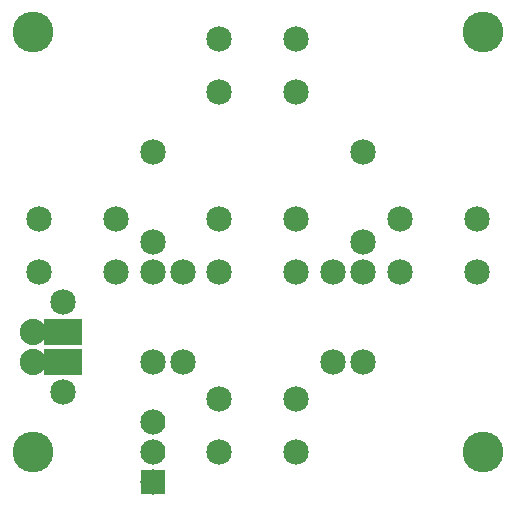
<source format=gbs>
G04 MADE WITH FRITZING*
G04 WWW.FRITZING.ORG*
G04 DOUBLE SIDED*
G04 HOLES PLATED*
G04 CONTOUR ON CENTER OF CONTOUR VECTOR*
%ASAXBY*%
%FSLAX23Y23*%
%MOIN*%
%OFA0B0*%
%SFA1.0B1.0*%
%ADD10C,0.135984*%
%ADD11C,0.088000*%
%ADD12C,0.085000*%
%ADD13C,0.084000*%
%ADD14R,0.128110X0.088740*%
%ADD15R,0.084000X0.084000*%
%LNMASK0*%
G90*
G70*
G54D10*
X1701Y198D03*
X1701Y1598D03*
X201Y1598D03*
X201Y198D03*
G54D11*
X201Y498D03*
X201Y598D03*
G54D12*
X1681Y798D03*
X1425Y798D03*
X1681Y975D03*
X1425Y975D03*
X1078Y198D03*
X822Y198D03*
X1078Y375D03*
X822Y375D03*
X478Y798D03*
X222Y798D03*
X478Y975D03*
X222Y975D03*
X1078Y1398D03*
X822Y1398D03*
X1078Y1575D03*
X822Y1575D03*
X1078Y798D03*
X822Y798D03*
X1078Y975D03*
X822Y975D03*
X1201Y498D03*
X1201Y798D03*
X601Y898D03*
X601Y1198D03*
X1301Y898D03*
X1301Y1198D03*
X701Y498D03*
X701Y798D03*
X1301Y498D03*
X1301Y798D03*
X601Y498D03*
X601Y798D03*
G54D13*
X601Y98D03*
X601Y198D03*
X601Y298D03*
G54D12*
X301Y398D03*
X301Y698D03*
G54D14*
X301Y498D03*
X301Y598D03*
G54D15*
X601Y98D03*
G04 End of Mask0*
M02*
</source>
